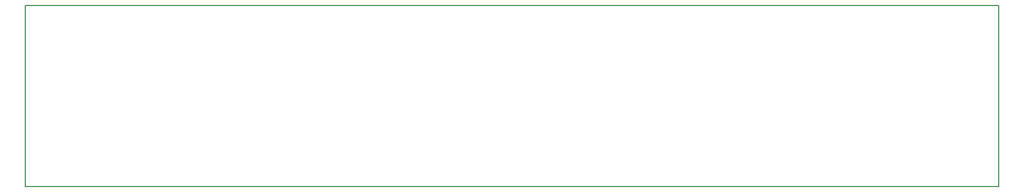
<source format=gbr>
%TF.GenerationSoftware,KiCad,Pcbnew,(6.0.0-0)*%
%TF.CreationDate,2022-01-27T15:42:08+01:00*%
%TF.ProjectId,GlowBand,476c6f77-4261-46e6-942e-6b696361645f,rev?*%
%TF.SameCoordinates,Original*%
%TF.FileFunction,Profile,NP*%
%FSLAX46Y46*%
G04 Gerber Fmt 4.6, Leading zero omitted, Abs format (unit mm)*
G04 Created by KiCad (PCBNEW (6.0.0-0)) date 2022-01-27 15:42:08*
%MOMM*%
%LPD*%
G01*
G04 APERTURE LIST*
%TA.AperFunction,Profile*%
%ADD10C,0.200000*%
%TD*%
G04 APERTURE END LIST*
D10*
X80321000Y-88900000D02*
X230321000Y-88900000D01*
X230321000Y-88900000D02*
X230321000Y-116900000D01*
X230321000Y-116900000D02*
X80321000Y-116900000D01*
X80321000Y-116900000D02*
X80321000Y-88900000D01*
M02*

</source>
